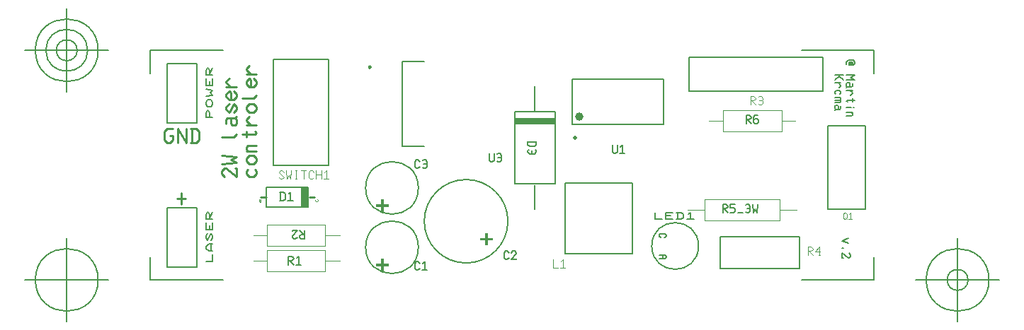
<source format=gbr>
G04 Generated by Ultiboard 14.1 *
%FSLAX34Y34*%
%MOMM*%

%ADD10C,0.0001*%
%ADD11C,0.2667*%
%ADD12C,0.2032*%
%ADD13C,0.1129*%
%ADD14C,0.2000*%
%ADD15C,0.0933*%
%ADD16C,0.1556*%
%ADD17C,0.1500*%
%ADD18C,0.2540*%
%ADD19C,0.1000*%
%ADD20C,0.0556*%
%ADD21C,0.0010*%
%ADD22C,0.2500*%
%ADD23C,0.1270*%
%ADD24C,0.50000*%
%ADD25C,1.00000*%


G04 ColorRGB FFFF00 for the following layer *
%LNSilkscreen Top*%
%LPD*%
G54D10*
G54D11*
X29647Y94680D02*
X39887Y94680D01*
X34767Y101537D02*
X34767Y87823D01*
X21233Y170054D02*
X24647Y170054D01*
X24647Y164911D01*
X21233Y161483D01*
X17820Y161483D01*
X14407Y164911D01*
X14407Y175197D01*
X17820Y178626D01*
X24647Y178626D01*
X29767Y161483D02*
X29767Y178626D01*
X40007Y161483D01*
X40007Y178626D01*
X45127Y161483D02*
X51953Y161483D01*
X55367Y164911D01*
X55367Y175197D01*
X51953Y178626D01*
X45127Y178626D01*
X46833Y178626D02*
X46833Y161483D01*
X86423Y121087D02*
X82994Y124500D01*
X82994Y127913D01*
X86423Y131327D01*
X88137Y131327D01*
X100137Y121087D01*
X100137Y131327D01*
X98423Y131327D01*
X82994Y136447D02*
X100137Y138153D01*
X93280Y141567D01*
X100137Y144980D01*
X82994Y146687D01*
X82994Y168873D02*
X96709Y168873D01*
X100137Y172287D01*
X88137Y184233D02*
X88137Y189353D01*
X89851Y191060D01*
X98423Y191060D01*
X100137Y189353D01*
X100137Y184233D01*
X98423Y182527D01*
X94994Y182527D01*
X93280Y184233D01*
X93280Y191060D01*
X98423Y191060D02*
X100137Y192767D01*
X96709Y197887D02*
X100137Y201300D01*
X100137Y204713D01*
X96709Y208127D01*
X91566Y197887D01*
X88137Y201300D01*
X88137Y204713D01*
X91566Y208127D01*
X96709Y223487D02*
X100137Y220073D01*
X100137Y216660D01*
X96709Y213247D01*
X91566Y213247D01*
X88137Y216660D01*
X88137Y220073D01*
X91566Y223487D01*
X93280Y221780D01*
X93280Y213247D01*
X93280Y228607D02*
X88137Y233727D01*
X88137Y235433D01*
X91566Y238847D01*
X100137Y228607D02*
X88137Y228607D01*
X122423Y129620D02*
X124137Y127913D01*
X124137Y124500D01*
X120709Y121087D01*
X115566Y121087D01*
X112137Y124500D01*
X112137Y127913D01*
X113851Y129620D01*
X120709Y136447D02*
X124137Y139860D01*
X124137Y143273D01*
X120709Y146687D01*
X115566Y146687D01*
X112137Y143273D01*
X112137Y139860D01*
X115566Y136447D01*
X120709Y136447D01*
X124137Y151807D02*
X113851Y151807D01*
X112137Y151807D01*
X113851Y151807D02*
X112137Y153513D01*
X112137Y156927D01*
X113851Y158633D01*
X124137Y158633D01*
X122423Y175700D02*
X124137Y173993D01*
X122423Y172287D01*
X106994Y172287D01*
X112137Y168873D02*
X112137Y175700D01*
X117280Y182527D02*
X112137Y187647D01*
X112137Y189353D01*
X115566Y192767D01*
X124137Y182527D02*
X112137Y182527D01*
X120709Y197887D02*
X124137Y201300D01*
X124137Y204713D01*
X120709Y208127D01*
X115566Y208127D01*
X112137Y204713D01*
X112137Y201300D01*
X115566Y197887D01*
X120709Y197887D01*
X106994Y214953D02*
X120709Y214953D01*
X124137Y218367D01*
X120709Y238847D02*
X124137Y235433D01*
X124137Y232020D01*
X120709Y228607D01*
X115566Y228607D01*
X112137Y232020D01*
X112137Y235433D01*
X115566Y238847D01*
X117280Y237140D01*
X117280Y228607D01*
X117280Y243967D02*
X112137Y249087D01*
X112137Y250793D01*
X115566Y254207D01*
X124137Y243967D02*
X112137Y243967D01*
G54D12*
X71815Y191911D02*
X64256Y191911D01*
X64256Y197556D01*
X65768Y200378D01*
X66524Y200378D01*
X68036Y197556D01*
X68036Y191911D01*
X70304Y204611D02*
X71815Y207433D01*
X71815Y210256D01*
X70304Y213078D01*
X65768Y213078D01*
X64256Y210256D01*
X64256Y207433D01*
X65768Y204611D01*
X70304Y204611D01*
X64256Y217311D02*
X71815Y218722D01*
X68792Y221544D01*
X71815Y224367D01*
X64256Y225778D01*
X71815Y238478D02*
X71815Y230011D01*
X68036Y230011D01*
X64256Y230011D01*
X64256Y238478D01*
X68036Y230011D02*
X68036Y235656D01*
X71815Y242711D02*
X64256Y242711D01*
X64256Y248356D01*
X65768Y251178D01*
X66524Y251178D01*
X68036Y248356D01*
X68036Y242711D01*
X68036Y244122D02*
X71815Y251178D01*
X53340Y256540D02*
X53340Y185420D01*
X17780Y256540D02*
X17780Y185420D01*
X17780Y256540D02*
X53340Y256540D01*
X17780Y185420D02*
X53340Y185420D01*
X64256Y19191D02*
X71815Y19191D01*
X71815Y27658D01*
X71815Y31891D02*
X67280Y31891D01*
X64256Y34713D01*
X64256Y37536D01*
X67280Y40358D01*
X71815Y40358D01*
X69548Y31891D02*
X69548Y40358D01*
X70304Y44591D02*
X71815Y47413D01*
X71815Y50236D01*
X70304Y53058D01*
X65768Y44591D01*
X64256Y47413D01*
X64256Y50236D01*
X65768Y53058D01*
X71815Y65758D02*
X71815Y57291D01*
X68036Y57291D01*
X64256Y57291D01*
X64256Y65758D01*
X68036Y57291D02*
X68036Y62936D01*
X71815Y69991D02*
X64256Y69991D01*
X64256Y75636D01*
X65768Y78458D01*
X66524Y78458D01*
X68036Y75636D01*
X68036Y69991D01*
X68036Y71402D02*
X71815Y78458D01*
X17780Y83820D02*
X53340Y83820D01*
X53340Y12700D01*
X17780Y83820D02*
X17780Y12700D01*
X53340Y12700D01*
X600851Y77984D02*
X600851Y70425D01*
X609318Y70425D01*
X622018Y70425D02*
X613551Y70425D01*
X613551Y74204D01*
X613551Y77984D01*
X622018Y77984D01*
X613551Y74204D02*
X619196Y74204D01*
X626251Y70425D02*
X631896Y70425D01*
X634718Y71936D01*
X634718Y76472D01*
X631896Y77984D01*
X626251Y77984D01*
X627662Y77984D02*
X627662Y70425D01*
X640362Y76472D02*
X643184Y77984D01*
X643184Y70425D01*
X638951Y70425D02*
X647418Y70425D01*
X610023Y27517D02*
X610023Y23283D01*
X612140Y23283D02*
X612324Y23291D01*
X612508Y23315D01*
X612688Y23355D01*
X612864Y23411D01*
X613035Y23482D01*
X613198Y23567D01*
X613354Y23666D01*
X613501Y23779D01*
X613637Y23903D01*
X613761Y24039D01*
X613874Y24186D01*
X613973Y24342D01*
X614058Y24505D01*
X614129Y24676D01*
X614185Y24852D01*
X614225Y25032D01*
X614249Y25216D01*
X614257Y25400D01*
X614249Y25584D01*
X614225Y25768D01*
X614185Y25948D01*
X614129Y26124D01*
X614058Y26295D01*
X613973Y26458D01*
X613874Y26614D01*
X613761Y26761D01*
X613637Y26897D01*
X613501Y27021D01*
X613354Y27134D01*
X613198Y27233D01*
X613035Y27318D01*
X612864Y27389D01*
X612688Y27445D01*
X612508Y27485D01*
X612324Y27509D01*
X612140Y27517D01*
X605790Y27517D02*
X612140Y27517D01*
X607907Y52917D02*
X607723Y52909D01*
X607539Y52885D01*
X607359Y52845D01*
X607183Y52789D01*
X607012Y52718D01*
X606849Y52633D01*
X606693Y52534D01*
X606546Y52421D01*
X606410Y52297D01*
X606286Y52161D01*
X606173Y52014D01*
X606074Y51858D01*
X605989Y51695D01*
X605918Y51524D01*
X605862Y51348D01*
X605822Y51168D01*
X605798Y50984D01*
X605790Y50800D01*
X605798Y50616D01*
X605822Y50432D01*
X605862Y50252D01*
X605918Y50076D01*
X605989Y49905D01*
X606074Y49742D01*
X606173Y49586D01*
X606286Y49439D01*
X606410Y49303D01*
X606546Y49179D01*
X606693Y49066D01*
X606849Y48967D01*
X607012Y48882D01*
X607183Y48811D01*
X607359Y48755D01*
X607539Y48715D01*
X607723Y48691D01*
X607907Y48683D01*
X607907Y48683D01*
X607907Y52917D02*
X612140Y52917D01*
X612140Y48683D02*
X612324Y48691D01*
X612508Y48715D01*
X612688Y48755D01*
X612864Y48811D01*
X613035Y48882D01*
X613198Y48967D01*
X613354Y49066D01*
X613501Y49179D01*
X613637Y49303D01*
X613761Y49439D01*
X613874Y49586D01*
X613973Y49742D01*
X614058Y49905D01*
X614129Y50076D01*
X614185Y50252D01*
X614225Y50432D01*
X614249Y50616D01*
X614257Y50800D01*
X614249Y50984D01*
X614225Y51168D01*
X614185Y51348D01*
X614129Y51524D01*
X614058Y51695D01*
X613973Y51858D01*
X613874Y52014D01*
X613761Y52161D01*
X613637Y52297D01*
X613501Y52421D01*
X613354Y52534D01*
X613198Y52633D01*
X613035Y52718D01*
X612864Y52789D01*
X612688Y52845D01*
X612508Y52885D01*
X612324Y52909D01*
X612140Y52917D01*
X605790Y23283D02*
X612140Y23283D01*
X186240Y85020D02*
X186240Y108020D01*
X136240Y108020D02*
X136240Y85020D01*
X186240Y108020D02*
X136240Y108020D01*
X136240Y85020D02*
X186240Y85020D01*
X144800Y261620D02*
X144800Y134620D01*
X210800Y134620D01*
X210800Y261620D01*
X144800Y261620D01*
X678940Y11480D02*
X773940Y11480D01*
X773940Y49480D01*
X678940Y49480D01*
X678940Y11480D01*
X493400Y29120D02*
X573400Y29120D01*
X573400Y113120D01*
X493400Y113120D01*
X493400Y29120D01*
X641360Y223840D02*
X801360Y223840D01*
X801360Y263840D01*
X641360Y263840D01*
X641360Y223840D01*
X426069Y24020D02*
X424078Y22020D01*
X422087Y22020D01*
X420096Y24020D01*
X420096Y30020D01*
X422087Y32020D01*
X424078Y32020D01*
X426069Y30020D01*
X429056Y30020D02*
X431047Y32020D01*
X433038Y32020D01*
X435029Y30020D01*
X435029Y29020D01*
X429056Y22020D01*
X435029Y22020D01*
X435029Y23020D01*
X324920Y67720D02*
G75*
D01*
G02X324920Y67720I50000J0*
G01*
X319389Y11320D02*
X317398Y9320D01*
X315407Y9320D01*
X313416Y11320D01*
X313416Y17320D01*
X315407Y19320D01*
X317398Y19320D01*
X319389Y17320D01*
X323371Y17320D02*
X325362Y19320D01*
X325362Y9320D01*
X322376Y9320D02*
X328349Y9320D01*
X254820Y36560D02*
G75*
D01*
G02X254820Y36560I31500J0*
G01*
X319389Y133240D02*
X317398Y131240D01*
X315407Y131240D01*
X313416Y133240D01*
X313416Y139240D01*
X315407Y141240D01*
X317398Y141240D01*
X319389Y139240D01*
X323371Y140240D02*
X324367Y141240D01*
X326358Y141240D01*
X328349Y139240D01*
X328349Y137240D01*
X327353Y136240D01*
X328349Y135240D01*
X328349Y133240D01*
X326358Y131240D01*
X324367Y131240D01*
X323371Y132240D01*
X324367Y136240D02*
X327353Y136240D01*
X254820Y107680D02*
G75*
D01*
G02X254820Y107680I31500J0*
G01*
X181884Y56720D02*
X181884Y46720D01*
X177902Y46720D01*
X175911Y48720D01*
X175911Y49720D01*
X177902Y51720D01*
X181884Y51720D01*
X180889Y51720D02*
X175911Y56720D01*
X172924Y48720D02*
X170933Y46720D01*
X168942Y46720D01*
X166951Y48720D01*
X166951Y49720D01*
X172924Y56720D01*
X166951Y56720D01*
X166951Y55720D01*
X162666Y15590D02*
X162666Y25590D01*
X166648Y25590D01*
X168639Y23590D01*
X168639Y22590D01*
X166648Y20590D01*
X162666Y20590D01*
X163661Y20590D02*
X168639Y15590D01*
X172621Y23590D02*
X174612Y25590D01*
X174612Y15590D01*
X171626Y15590D02*
X177599Y15590D01*
X549636Y159020D02*
X549636Y151020D01*
X551627Y149020D01*
X553618Y149020D01*
X555609Y151020D01*
X555609Y159020D01*
X559591Y157020D02*
X561582Y159020D01*
X561582Y149020D01*
X558596Y149020D02*
X564569Y149020D01*
X610860Y238190D02*
X501660Y238190D01*
X501660Y183450D02*
X610860Y183450D01*
X501660Y238190D02*
X501660Y183450D01*
X610860Y183450D02*
X610860Y238190D01*
X709656Y184580D02*
X709656Y194580D01*
X713638Y194580D01*
X715629Y192580D01*
X715629Y191580D01*
X713638Y189580D01*
X709656Y189580D01*
X710651Y189580D02*
X715629Y184580D01*
X723593Y194580D02*
X720607Y194580D01*
X718616Y192580D01*
X718616Y188580D01*
X718616Y186580D01*
X720607Y184580D01*
X722598Y184580D01*
X724589Y186580D01*
X724589Y188580D01*
X722598Y190580D01*
X720607Y190580D01*
X718616Y188580D01*
X681716Y77900D02*
X681716Y87900D01*
X685698Y87900D01*
X687689Y85900D01*
X687689Y84900D01*
X685698Y82900D01*
X681716Y82900D01*
X682711Y82900D02*
X687689Y77900D01*
X696649Y87900D02*
X690676Y87900D01*
X690676Y83900D01*
X694658Y83900D01*
X696649Y81900D01*
X696649Y79900D01*
X694658Y77900D01*
X690676Y77900D01*
X699636Y77900D02*
X705609Y77900D01*
X709591Y86900D02*
X710587Y87900D01*
X712578Y87900D01*
X714569Y85900D01*
X714569Y83900D01*
X713573Y82900D01*
X714569Y81900D01*
X714569Y79900D01*
X712578Y77900D01*
X710587Y77900D01*
X709591Y78900D01*
X710587Y82900D02*
X713573Y82900D01*
X717556Y87900D02*
X718551Y77900D01*
X720542Y81900D01*
X722533Y77900D01*
X723529Y87900D01*
G54D13*
X825709Y72028D02*
X827154Y70576D01*
X828599Y70576D01*
X830044Y72028D01*
X830044Y76382D01*
X828599Y77833D01*
X827154Y77833D01*
X825709Y76382D01*
X825709Y72028D01*
X828599Y72028D02*
X830044Y70576D01*
X832934Y76382D02*
X834379Y77833D01*
X834379Y70576D01*
X832211Y70576D02*
X836546Y70576D01*
G54D14*
X807640Y182080D02*
X852362Y182080D01*
X852362Y82380D01*
X807640Y82380D01*
X807640Y182080D01*
X596900Y38100D02*
G75*
D01*
G02X596900Y38100I27940J0*
G01*
X481200Y198840D02*
X433200Y198840D01*
X433200Y112840D01*
X481200Y112840D01*
X481200Y198840D01*
X457200Y110840D02*
X457200Y81840D01*
X457200Y200840D02*
X457200Y229840D01*
X298860Y157280D02*
X298860Y259280D01*
X324860Y157280D02*
X298860Y157280D01*
X298860Y259280D02*
X324860Y259280D01*
G54D15*
X150856Y120540D02*
X152847Y118540D01*
X154838Y118540D01*
X156829Y120540D01*
X150856Y126540D01*
X152847Y128540D01*
X154838Y128540D01*
X156829Y126540D01*
X159816Y128540D02*
X160811Y118540D01*
X162802Y122540D01*
X164793Y118540D01*
X165789Y128540D01*
X170767Y118540D02*
X172758Y118540D01*
X170767Y128540D02*
X172758Y128540D01*
X171762Y118540D02*
X171762Y128540D01*
X180722Y118540D02*
X180722Y128540D01*
X177736Y128540D02*
X183709Y128540D01*
X192669Y120540D02*
X190678Y118540D01*
X188687Y118540D01*
X186696Y120540D01*
X186696Y126540D01*
X188687Y128540D01*
X190678Y128540D01*
X192669Y126540D01*
X195656Y118540D02*
X195656Y128540D01*
X201629Y118540D02*
X201629Y128540D01*
X195656Y123540D02*
X201629Y123540D01*
X205611Y126540D02*
X207602Y128540D01*
X207602Y118540D01*
X204616Y118540D02*
X210589Y118540D01*
X783316Y27100D02*
X783316Y37100D01*
X787298Y37100D01*
X789289Y35100D01*
X789289Y34100D01*
X787298Y32100D01*
X783316Y32100D01*
X784311Y32100D02*
X789289Y27100D01*
X798249Y31100D02*
X792276Y31100D01*
X797253Y37100D01*
X797253Y27100D01*
X796258Y27100D02*
X798249Y27100D01*
X478516Y21860D02*
X478516Y11860D01*
X484489Y11860D01*
X488471Y19860D02*
X490462Y21860D01*
X490462Y11860D01*
X487476Y11860D02*
X493449Y11860D01*
X714736Y207440D02*
X714736Y217440D01*
X718718Y217440D01*
X720709Y215440D01*
X720709Y214440D01*
X718718Y212440D01*
X714736Y212440D01*
X715731Y212440D02*
X720709Y207440D01*
X724691Y216440D02*
X725687Y217440D01*
X727678Y217440D01*
X729669Y215440D01*
X729669Y213440D01*
X728673Y212440D01*
X729669Y211440D01*
X729669Y209440D01*
X727678Y207440D01*
X725687Y207440D01*
X724691Y208440D01*
X725687Y212440D02*
X728673Y212440D01*
G54D16*
X829740Y255647D02*
X829740Y258633D01*
X831740Y260624D01*
X837740Y260624D01*
X839740Y258633D01*
X839740Y256642D01*
X837740Y254651D01*
X832740Y254651D01*
X832740Y258633D01*
X836740Y258633D01*
X836740Y256642D01*
X833740Y256642D01*
X829740Y242704D02*
X839740Y242704D01*
X834740Y239718D01*
X839740Y236731D01*
X829740Y236731D01*
X836740Y232749D02*
X836740Y229762D01*
X835740Y228767D01*
X830740Y228767D01*
X829740Y229762D01*
X829740Y232749D01*
X830740Y233744D01*
X832740Y233744D01*
X833740Y232749D01*
X833740Y228767D01*
X830740Y228767D02*
X829740Y227771D01*
X833740Y224784D02*
X836740Y221798D01*
X836740Y220802D01*
X834740Y218811D01*
X829740Y224784D02*
X836740Y224784D01*
X830740Y210847D02*
X829740Y211842D01*
X830740Y212838D01*
X839740Y212838D01*
X836740Y214829D02*
X836740Y210847D01*
X829740Y203878D02*
X835740Y203878D01*
X837740Y203878D02*
X838740Y203878D01*
X829740Y197904D02*
X835740Y197904D01*
X836740Y197904D01*
X835740Y197904D02*
X836740Y196909D01*
X836740Y194918D01*
X835740Y193922D01*
X829740Y193922D01*
X815740Y242704D02*
X825740Y242704D01*
X820740Y242704D02*
X820740Y241709D01*
X825740Y236731D01*
X820740Y241709D02*
X815740Y236731D01*
X819740Y233744D02*
X822740Y230758D01*
X822740Y229762D01*
X820740Y227771D01*
X815740Y233744D02*
X822740Y233744D01*
X816740Y219807D02*
X815740Y220802D01*
X815740Y222793D01*
X817740Y224784D01*
X820740Y224784D01*
X822740Y222793D01*
X822740Y220802D01*
X821740Y219807D01*
X815740Y215824D02*
X821740Y215824D01*
X822740Y215824D01*
X821740Y215824D02*
X822740Y214829D01*
X822740Y213833D01*
X821740Y212838D01*
X822740Y211842D01*
X822740Y210847D01*
X821740Y209851D01*
X815740Y209851D01*
X821740Y212838D02*
X815740Y212838D01*
X822740Y205869D02*
X822740Y202882D01*
X821740Y201887D01*
X816740Y201887D01*
X815740Y202882D01*
X815740Y205869D01*
X816740Y206864D01*
X818740Y206864D01*
X819740Y205869D01*
X819740Y201887D01*
X816740Y201887D02*
X815740Y200891D01*
X831660Y47264D02*
X824660Y44278D01*
X831660Y41291D01*
X824660Y35318D02*
X825660Y35318D01*
X832660Y29344D02*
X834660Y27353D01*
X834660Y25362D01*
X832660Y23371D01*
X831660Y23371D01*
X824660Y29344D01*
X824660Y23371D01*
X825660Y23371D01*
X448740Y163414D02*
X448740Y159432D01*
X450740Y157441D01*
X456740Y157441D01*
X458740Y159432D01*
X458740Y163414D01*
X458740Y162419D02*
X448740Y162419D01*
X457740Y153459D02*
X458740Y152463D01*
X458740Y150472D01*
X456740Y148481D01*
X454740Y148481D01*
X453740Y149477D01*
X452740Y148481D01*
X450740Y148481D01*
X448740Y150472D01*
X448740Y152463D01*
X449740Y153459D01*
X453740Y152463D02*
X453740Y149477D01*
X402316Y148860D02*
X402316Y140860D01*
X404307Y138860D01*
X406298Y138860D01*
X408289Y140860D01*
X408289Y148860D01*
X412271Y147860D02*
X413267Y148860D01*
X415258Y148860D01*
X417249Y146860D01*
X417249Y144860D01*
X416253Y143860D01*
X417249Y142860D01*
X417249Y140860D01*
X415258Y138860D01*
X413267Y138860D01*
X412271Y139860D01*
X413267Y143860D02*
X416253Y143860D01*
G54D17*
X152047Y92114D02*
X156313Y92114D01*
X158447Y94257D01*
X158447Y100686D01*
X156313Y102829D01*
X152047Y102829D01*
X153113Y102829D02*
X153113Y92114D01*
X162713Y100686D02*
X164847Y102829D01*
X164847Y92114D01*
X161647Y92114D02*
X168047Y92114D01*
G54D18*
X187240Y96520D02*
X193240Y96520D01*
X129240Y96520D02*
X135740Y96520D01*
G54D19*
G36*
X177249Y85668D02*
X177249Y108080D01*
X185249Y108080D01*
X185249Y85668D01*
X177249Y85668D01*
G37*
X136680Y63700D02*
X206680Y63700D01*
X206680Y38200D01*
X136680Y38200D01*
X136680Y63700D01*
X120680Y50800D02*
X136680Y50800D01*
X206680Y50800D02*
X223680Y50800D01*
X136680Y33220D02*
X206680Y33220D01*
X206680Y7720D01*
X136680Y7720D01*
X136680Y33220D01*
X120680Y20320D02*
X136680Y20320D01*
X206680Y20320D02*
X223680Y20320D01*
X752320Y175060D02*
X682320Y175060D01*
X682320Y200560D01*
X752320Y200560D01*
X752320Y175060D01*
X768320Y187960D02*
X752320Y187960D01*
X682320Y187960D02*
X665320Y187960D01*
X659920Y94180D02*
X749920Y94180D01*
X749920Y68680D01*
X659920Y68680D01*
X659920Y94180D01*
X639920Y81280D02*
X659920Y81280D01*
X749920Y81280D02*
X769920Y81280D01*
G54D20*
X129584Y94434D02*
X129584Y92291D01*
X128873Y90862D01*
X128161Y90862D01*
X127450Y92291D01*
X127450Y94434D01*
X129584Y93362D02*
X127450Y93362D01*
X197234Y93765D02*
X197949Y93054D01*
X197949Y92343D01*
X197234Y91632D01*
X195091Y91632D01*
X194377Y92343D01*
X194377Y93054D01*
X195091Y93765D01*
G54D21*
G36*
X433680Y183600D02*
X433680Y191600D01*
X481680Y191600D01*
X481680Y183600D01*
X433680Y183600D01*
G37*
G36*
X397351Y53724D02*
X397351Y53724D01*
X399812Y39544D01*
X399812Y53724D01*
X397351Y53724D01*
D02*
G37*
X399812Y39544D01*
X399812Y53724D01*
X397351Y53724D01*
G36*
X399812Y39544D02*
X399812Y39544D01*
X397351Y53724D01*
X397351Y47879D01*
X399812Y39544D01*
D02*
G37*
X397351Y53724D01*
X397351Y47879D01*
X399812Y39544D01*
G36*
X397351Y47879D02*
X397351Y47879D01*
X397351Y45389D01*
X399812Y39544D01*
X397351Y47879D01*
D02*
G37*
X397351Y45389D01*
X399812Y39544D01*
X397351Y47879D01*
G36*
X397351Y45389D02*
X397351Y45389D01*
X397351Y47879D01*
X391506Y47879D01*
X397351Y45389D01*
D02*
G37*
X397351Y47879D01*
X391506Y47879D01*
X397351Y45389D01*
G36*
X391506Y47879D02*
X391506Y47879D01*
X391506Y45389D01*
X397351Y45389D01*
X391506Y47879D01*
D02*
G37*
X391506Y45389D01*
X397351Y45389D01*
X391506Y47879D01*
G36*
X399812Y45389D02*
X399812Y45389D01*
X405700Y45389D01*
X399812Y47879D01*
X399812Y45389D01*
D02*
G37*
X405700Y45389D01*
X399812Y47879D01*
X399812Y45389D01*
G36*
X399812Y45389D01*
X399812Y53724D01*
X399812Y45389D01*
D02*
G37*
X399812Y53724D01*
X399812Y45389D01*
G36*
X399812Y45389D01*
X399812Y53724D01*
X399812Y39544D01*
X399812Y45389D01*
D02*
G37*
X399812Y53724D01*
X399812Y39544D01*
X399812Y45389D01*
G36*
X399812Y47879D02*
X399812Y47879D01*
X405700Y45389D01*
X405700Y47879D01*
X399812Y47879D01*
D02*
G37*
X405700Y45389D01*
X405700Y47879D01*
X399812Y47879D01*
G36*
X399812Y39544D02*
X399812Y39544D01*
X397351Y45389D01*
X397351Y39544D01*
X399812Y39544D01*
D02*
G37*
X397351Y45389D01*
X397351Y39544D01*
X399812Y39544D01*
G36*
X272989Y22974D02*
X272989Y22974D01*
X275479Y8780D01*
X275479Y22974D01*
X272989Y22974D01*
D02*
G37*
X275479Y8780D01*
X275479Y22974D01*
X272989Y22974D01*
G36*
X275479Y8780D02*
X275479Y8780D01*
X272989Y22974D01*
X272989Y17129D01*
X275479Y8780D01*
D02*
G37*
X272989Y22974D01*
X272989Y17129D01*
X275479Y8780D01*
G36*
X272989Y17129D02*
X272989Y17129D01*
X272989Y14668D01*
X275479Y8780D01*
X272989Y17129D01*
D02*
G37*
X272989Y14668D01*
X275479Y8780D01*
X272989Y17129D01*
G36*
X272989Y14668D02*
X272989Y14668D01*
X272989Y17129D01*
X267144Y17129D01*
X272989Y14668D01*
D02*
G37*
X272989Y17129D01*
X267144Y17129D01*
X272989Y14668D01*
G36*
X267144Y17129D02*
X267144Y17129D01*
X267144Y14668D01*
X272989Y14668D01*
X267144Y17129D01*
D02*
G37*
X267144Y14668D01*
X272989Y14668D01*
X267144Y17129D01*
G36*
X275479Y14668D02*
X275479Y14668D01*
X281324Y14668D01*
X275479Y17129D01*
X275479Y14668D01*
D02*
G37*
X281324Y14668D01*
X275479Y17129D01*
X275479Y14668D01*
G36*
X275479Y14668D01*
X275479Y22974D01*
X275479Y14668D01*
D02*
G37*
X275479Y22974D01*
X275479Y14668D01*
G36*
X275479Y14668D01*
X275479Y22974D01*
X275479Y8780D01*
X275479Y14668D01*
D02*
G37*
X275479Y22974D01*
X275479Y8780D01*
X275479Y14668D01*
G36*
X275479Y17129D02*
X275479Y17129D01*
X281324Y14668D01*
X281324Y17129D01*
X275479Y17129D01*
D02*
G37*
X281324Y14668D01*
X281324Y17129D01*
X275479Y17129D01*
G36*
X275479Y8780D02*
X275479Y8780D01*
X272989Y14668D01*
X272989Y8780D01*
X275479Y8780D01*
D02*
G37*
X272989Y14668D01*
X272989Y8780D01*
X275479Y8780D01*
G36*
X272989Y94094D02*
X272989Y94094D01*
X275479Y79900D01*
X275479Y94094D01*
X272989Y94094D01*
D02*
G37*
X275479Y79900D01*
X275479Y94094D01*
X272989Y94094D01*
G36*
X275479Y79900D02*
X275479Y79900D01*
X272989Y94094D01*
X272989Y88249D01*
X275479Y79900D01*
D02*
G37*
X272989Y94094D01*
X272989Y88249D01*
X275479Y79900D01*
G36*
X272989Y88249D02*
X272989Y88249D01*
X272989Y85788D01*
X275479Y79900D01*
X272989Y88249D01*
D02*
G37*
X272989Y85788D01*
X275479Y79900D01*
X272989Y88249D01*
G36*
X272989Y85788D02*
X272989Y85788D01*
X272989Y88249D01*
X267144Y88249D01*
X272989Y85788D01*
D02*
G37*
X272989Y88249D01*
X267144Y88249D01*
X272989Y85788D01*
G36*
X267144Y88249D02*
X267144Y88249D01*
X267144Y85788D01*
X272989Y85788D01*
X267144Y88249D01*
D02*
G37*
X267144Y85788D01*
X272989Y85788D01*
X267144Y88249D01*
G36*
X275479Y85788D02*
X275479Y85788D01*
X281324Y85788D01*
X275479Y88249D01*
X275479Y85788D01*
D02*
G37*
X281324Y85788D01*
X275479Y88249D01*
X275479Y85788D01*
G36*
X275479Y85788D01*
X275479Y94094D01*
X275479Y85788D01*
D02*
G37*
X275479Y94094D01*
X275479Y85788D01*
G36*
X275479Y85788D01*
X275479Y94094D01*
X275479Y79900D01*
X275479Y85788D01*
D02*
G37*
X275479Y94094D01*
X275479Y79900D01*
X275479Y85788D01*
G36*
X275479Y88249D02*
X275479Y88249D01*
X281324Y85788D01*
X281324Y88249D01*
X275479Y88249D01*
D02*
G37*
X281324Y85788D01*
X281324Y88249D01*
X275479Y88249D01*
G36*
X275479Y79900D02*
X275479Y79900D01*
X272989Y85788D01*
X272989Y79900D01*
X275479Y79900D01*
D02*
G37*
X272989Y85788D01*
X272989Y79900D01*
X275479Y79900D01*
G54D22*
X258610Y252280D02*
G75*
D01*
G02X258610Y252280I1250J0*
G01*
G54D23*
X-2540Y-2540D02*
X-2540Y24968D01*
X-2540Y-2540D02*
X83968Y-2540D01*
X862540Y-2540D02*
X776032Y-2540D01*
X862540Y-2540D02*
X862540Y24968D01*
X862540Y272540D02*
X862540Y245032D01*
X862540Y272540D02*
X776032Y272540D01*
X-2540Y272540D02*
X83968Y272540D01*
X-2540Y272540D02*
X-2540Y245032D01*
X-52540Y-2540D02*
X-152540Y-2540D01*
X-102540Y-52540D02*
X-102540Y47460D01*
X-140040Y-2540D02*
G75*
D01*
G02X-140040Y-2540I37500J0*
G01*
X912540Y-2540D02*
X1012540Y-2540D01*
X962540Y-52540D02*
X962540Y47460D01*
X925040Y-2540D02*
G75*
D01*
G02X925040Y-2540I37500J0*
G01*
X950040Y-2540D02*
G75*
D01*
G02X950040Y-2540I12500J0*
G01*
X-52540Y272540D02*
X-152540Y272540D01*
X-102540Y222540D02*
X-102540Y322540D01*
X-140040Y272540D02*
G75*
D01*
G02X-140040Y272540I37500J0*
G01*
X-127540Y272540D02*
G75*
D01*
G02X-127540Y272540I25000J0*
G01*
X-115040Y272540D02*
G75*
D01*
G02X-115040Y272540I12500J0*
G01*
G54D24*
X505500Y167640D03*
G54D25*
X510620Y193040D03*

M02*

</source>
